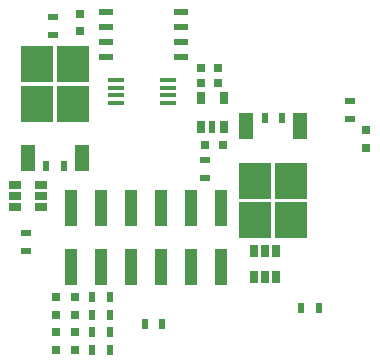
<source format=gbp>
G04 #@! TF.GenerationSoftware,KiCad,Pcbnew,(5.0.0)*
G04 #@! TF.CreationDate,2019-02-18T13:23:37-08:00*
G04 #@! TF.ProjectId,mlab100_Conn_PCB_1.6,6D6C61623130305F436F6E6E5F504342,rev?*
G04 #@! TF.SameCoordinates,Original*
G04 #@! TF.FileFunction,Paste,Bot*
G04 #@! TF.FilePolarity,Positive*
%FSLAX46Y46*%
G04 Gerber Fmt 4.6, Leading zero omitted, Abs format (unit mm)*
G04 Created by KiCad (PCBNEW (5.0.0)) date 02/18/19 13:23:37*
%MOMM*%
%LPD*%
G01*
G04 APERTURE LIST*
%ADD10R,0.750000X0.800000*%
%ADD11R,1.400000X0.450000*%
%ADD12R,0.800000X1.000000*%
%ADD13R,0.600000X1.000000*%
%ADD14R,1.143000X0.508000*%
%ADD15R,1.000000X3.150000*%
%ADD16R,1.200000X2.200000*%
%ADD17R,2.750000X3.050000*%
%ADD18R,0.650000X1.060000*%
%ADD19R,1.060000X0.650000*%
%ADD20R,0.900000X0.500000*%
%ADD21R,0.500000X0.900000*%
%ADD22R,0.800000X0.750000*%
%ADD23R,0.800000X0.800000*%
G04 APERTURE END LIST*
D10*
G04 #@! TO.C,C9*
X38720000Y-18910000D03*
X38720000Y-17410000D03*
G04 #@! TD*
D11*
G04 #@! TO.C,IC4*
X17560000Y-15085000D03*
X17560000Y-14435000D03*
X17560000Y-13785000D03*
X17560000Y-13135000D03*
X21960000Y-13135000D03*
X21960000Y-13785000D03*
X21960000Y-14435000D03*
X21960000Y-15085000D03*
G04 #@! TD*
D12*
G04 #@! TO.C,IC3*
X26638000Y-17104000D03*
D13*
X25688000Y-17104000D03*
D12*
X24738000Y-17104000D03*
X24738000Y-14704000D03*
X26638000Y-14704000D03*
G04 #@! TD*
D14*
G04 #@! TO.C,U3*
X23021000Y-7395000D03*
X23021000Y-8665000D03*
X23021000Y-9935000D03*
X23021000Y-11205000D03*
X16671000Y-11205000D03*
X16671000Y-9935000D03*
X16671000Y-8665000D03*
X16671000Y-7395000D03*
G04 #@! TD*
D15*
G04 #@! TO.C,J3*
X26450000Y-29005000D03*
X26450000Y-23955000D03*
X23910000Y-29005000D03*
X23910000Y-23955000D03*
X21370000Y-29005000D03*
X21370000Y-23955000D03*
X18830000Y-29005000D03*
X18830000Y-23955000D03*
X16290000Y-29005000D03*
X16290000Y-23955000D03*
X13750000Y-29005000D03*
X13750000Y-23955000D03*
G04 #@! TD*
D16*
G04 #@! TO.C,Q1*
X28570000Y-17030000D03*
X33130000Y-17030000D03*
D17*
X32375000Y-25005000D03*
X29325000Y-21655000D03*
X29325000Y-25005000D03*
X32375000Y-21655000D03*
G04 #@! TD*
G04 #@! TO.C,Q3*
X10825000Y-15155000D03*
X13875000Y-11805000D03*
X13875000Y-15155000D03*
X10825000Y-11805000D03*
D16*
X10070000Y-19780000D03*
X14630000Y-19780000D03*
G04 #@! TD*
D18*
G04 #@! TO.C,IC1*
X31110000Y-29790000D03*
X30160000Y-29790000D03*
X29210000Y-29790000D03*
X29210000Y-27590000D03*
X31110000Y-27590000D03*
X30160000Y-27590000D03*
G04 #@! TD*
D19*
G04 #@! TO.C,IC2*
X11200000Y-22980000D03*
X11200000Y-23930000D03*
X11200000Y-22030000D03*
X9000000Y-22030000D03*
X9000000Y-22980000D03*
X9000000Y-23930000D03*
G04 #@! TD*
D20*
G04 #@! TO.C,R10*
X37370000Y-14910000D03*
X37370000Y-16410000D03*
G04 #@! TD*
G04 #@! TO.C,R11*
X12226000Y-7788000D03*
X12226000Y-9288000D03*
G04 #@! TD*
D21*
G04 #@! TO.C,R12*
X34700000Y-32450000D03*
X33200000Y-32450000D03*
G04 #@! TD*
D20*
G04 #@! TO.C,R13*
X9940000Y-26130000D03*
X9940000Y-27630000D03*
G04 #@! TD*
D21*
G04 #@! TO.C,R14*
X21440000Y-33810000D03*
X19940000Y-33810000D03*
G04 #@! TD*
G04 #@! TO.C,R15*
X30100000Y-16380000D03*
X31600000Y-16380000D03*
G04 #@! TD*
G04 #@! TO.C,R16*
X13100000Y-20430000D03*
X11600000Y-20430000D03*
G04 #@! TD*
D10*
G04 #@! TO.C,C10*
X14512000Y-9022000D03*
X14512000Y-7522000D03*
G04 #@! TD*
D22*
G04 #@! TO.C,C1*
X26600000Y-18670000D03*
X25100000Y-18670000D03*
G04 #@! TD*
G04 #@! TO.C,C2*
X26184000Y-13364000D03*
X24684000Y-13364000D03*
G04 #@! TD*
G04 #@! TO.C,C5*
X24684000Y-12094000D03*
X26184000Y-12094000D03*
G04 #@! TD*
D20*
G04 #@! TO.C,JP1*
X25080000Y-19910000D03*
X25080000Y-21410000D03*
G04 #@! TD*
D23*
G04 #@! TO.C,D1*
X14050000Y-31500000D03*
X12450000Y-31500000D03*
G04 #@! TD*
G04 #@! TO.C,D2*
X12450000Y-33000000D03*
X14050000Y-33000000D03*
G04 #@! TD*
G04 #@! TO.C,D3*
X14050000Y-34500000D03*
X12450000Y-34500000D03*
G04 #@! TD*
G04 #@! TO.C,D4*
X12450000Y-36000000D03*
X14050000Y-36000000D03*
G04 #@! TD*
D21*
G04 #@! TO.C,R1*
X17000000Y-31500000D03*
X15500000Y-31500000D03*
G04 #@! TD*
G04 #@! TO.C,R2*
X15500000Y-34500000D03*
X17000000Y-34500000D03*
G04 #@! TD*
G04 #@! TO.C,R3*
X17000000Y-36000000D03*
X15500000Y-36000000D03*
G04 #@! TD*
G04 #@! TO.C,R4*
X15500000Y-33000000D03*
X17000000Y-33000000D03*
G04 #@! TD*
M02*

</source>
